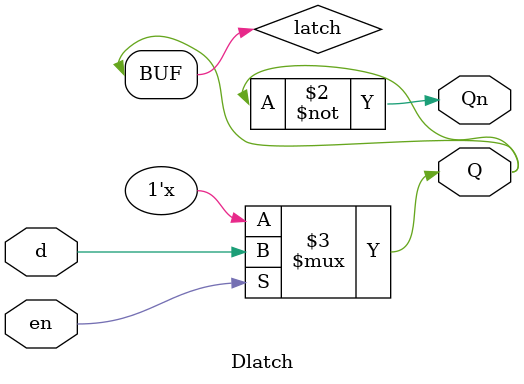
<source format=v>
module Dlatch(

   input d,
   input en,
   output  Q,
   output Qn
);


reg latch;

always @(d or en) begin

    if(en) 
        latch<=d;
    
end

assign Q=latch;
assign Qn=~Q;

endmodule
</source>
